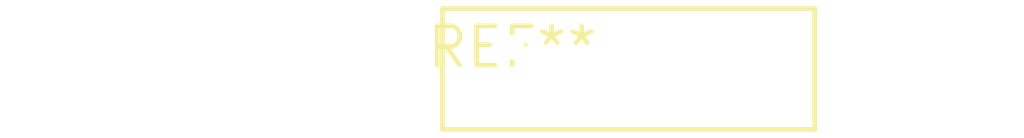
<source format=kicad_pcb>
(kicad_pcb (version 20240108) (generator pcbnew)
  (layers (0 "F.Cu" signal) (31 "B.Cu" signal) (34 "B.Paste" user) (35 "F.Paste" user) (36 "B.SilkS" user "B.Silkscreen") (37 "F.SilkS" user "F.Silkscreen") (38 "B.Mask" user) (39 "F.Mask" user) (44 "Edge.Cuts" user))
  (net 0 "")
  (footprint "RV_Disc_D12mm_W3.9mm_P7.5mm" (layer "F.Cu") (at 0 0)
    (property "Reference" "REF**")
    (property "Value" "RV_Disc_D12mm_W3.9mm_P7.5mm")
    (fp_line (start -2.25 -1.25) (end -2.25 2.65) (layer "F.SilkS") (stroke (width 0.15)))
    (fp_line (start -2.25 -1.25) (end 9.75 -1.25) (layer "F.SilkS") (stroke (width 0.15)))
    (fp_line (start -2.25 2.65) (end 9.75 2.65) (layer "F.SilkS") (stroke (width 0.15)))
    (fp_line (start 9.75 -1.25) (end 9.75 2.65) (layer "F.SilkS") (stroke (width 0.15)))
    (pad "1" thru_hole circle (at 0 0) (size 1.8 1.8) (drill 0.8) (layers *.Cu *.Mask) (remove_unused_layers))
    (pad "2" thru_hole circle (at 7.5 1.4) (size 1.8 1.8) (drill 0.8) (layers *.Cu *.Mask) (remove_unused_layers))
  )
)
</source>
